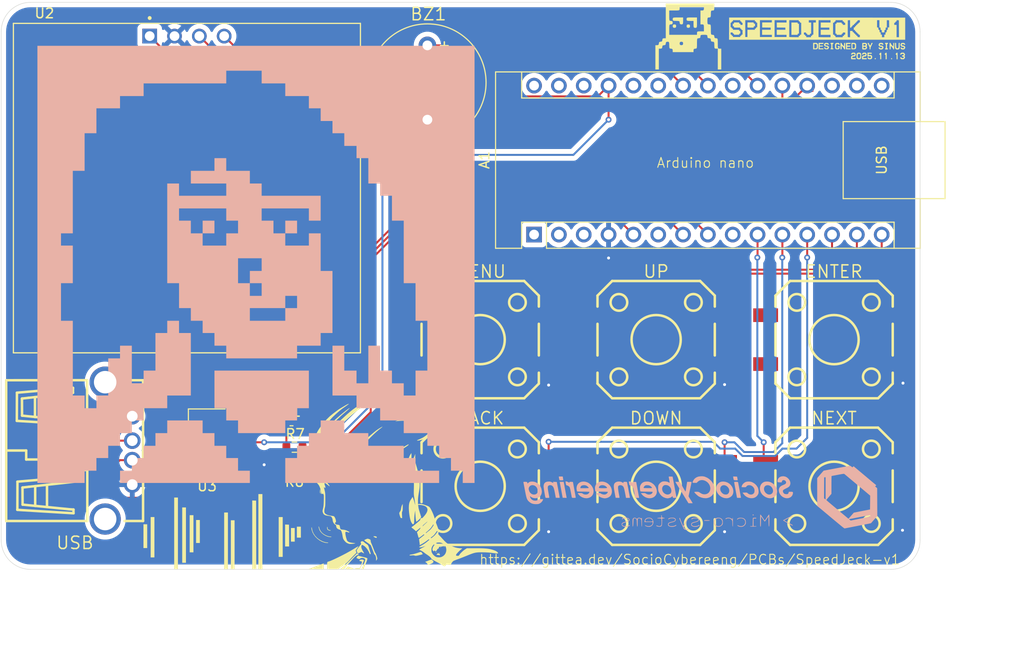
<source format=kicad_pcb>
(kicad_pcb
	(version 20241229)
	(generator "pcbnew")
	(generator_version "9.0")
	(general
		(thickness 1.6)
		(legacy_teardrops no)
	)
	(paper "A4")
	(title_block
		(title "SpeedJeck")
		(date "2026-02-18")
		(rev "1")
		(company "SOCIO-CYBEREENG")
		(comment 1 "Hacker's Devices")
		(comment 2 "Password manager, BadUSB, Auto.")
		(comment 3 "v1")
		(comment 4 "Device charged by PC's USB.")
		(comment 5 "5V converts into 3.3V for DATA BUS")
		(comment 6 "Sinus")
		(comment 7 "https://gittea.dev/SocioCybereeng/PCBs/SpeedJeck-v1")
	)
	(layers
		(0 "F.Cu" signal)
		(2 "B.Cu" signal)
		(9 "F.Adhes" user "F.Adhesive")
		(11 "B.Adhes" user "B.Adhesive")
		(13 "F.Paste" user)
		(15 "B.Paste" user)
		(5 "F.SilkS" user "F.Silkscreen")
		(7 "B.SilkS" user "B.Silkscreen")
		(1 "F.Mask" user)
		(3 "B.Mask" user)
		(17 "Dwgs.User" user "User.Drawings")
		(19 "Cmts.User" user "User.Comments")
		(21 "Eco1.User" user "User.Eco1")
		(23 "Eco2.User" user "User.Eco2")
		(25 "Edge.Cuts" user)
		(27 "Margin" user)
		(31 "F.CrtYd" user "F.Courtyard")
		(29 "B.CrtYd" user "B.Courtyard")
		(35 "F.Fab" user)
		(33 "B.Fab" user)
		(39 "User.1" user)
		(41 "User.2" user)
		(43 "User.3" user)
		(45 "User.4" user)
	)
	(setup
		(stackup
			(layer "F.SilkS"
				(type "Top Silk Screen")
				(color "White")
			)
			(layer "F.Paste"
				(type "Top Solder Paste")
			)
			(layer "F.Mask"
				(type "Top Solder Mask")
				(color "Black")
				(thickness 0.01)
			)
			(layer "F.Cu"
				(type "copper")
				(thickness 0.035)
			)
			(layer "dielectric 1"
				(type "core")
				(thickness 1.51)
				(material "FR4")
				(epsilon_r 4.5)
				(loss_tangent 0.02)
			)
			(layer "B.Cu"
				(type "copper")
				(thickness 0.035)
			)
			(layer "B.Mask"
				(type "Bottom Solder Mask")
				(color "Black")
				(thickness 0.01)
			)
			(layer "B.Paste"
				(type "Bottom Solder Paste")
			)
			(layer "B.SilkS"
				(type "Bottom Silk Screen")
				(color "White")
			)
			(copper_finish "None")
			(dielectric_constraints no)
		)
		(pad_to_mask_clearance 0)
		(allow_soldermask_bridges_in_footprints no)
		(tenting front back)
		(pcbplotparams
			(layerselection 0x00000000_00000000_55555555_5755f5ff)
			(plot_on_all_layers_selection 0x00000000_00000000_00000000_00000000)
			(disableapertmacros no)
			(usegerberextensions no)
			(usegerberattributes yes)
			(usegerberadvancedattributes yes)
			(creategerberjobfile yes)
			(dashed_line_dash_ratio 12.000000)
			(dashed_line_gap_ratio 3.000000)
			(svgprecision 4)
			(plotframeref no)
			(mode 1)
			(useauxorigin no)
			(hpglpennumber 1)
			(hpglpenspeed 20)
			(hpglpendiameter 15.000000)
			(pdf_front_fp_property_popups yes)
			(pdf_back_fp_property_popups yes)
			(pdf_metadata yes)
			(pdf_single_document no)
			(dxfpolygonmode yes)
			(dxfimperialunits yes)
			(dxfusepcbnewfont yes)
			(psnegative no)
			(psa4output no)
			(plot_black_and_white yes)
			(sketchpadsonfab no)
			(plotpadnumbers no)
			(hidednponfab no)
			(sketchdnponfab yes)
			(crossoutdnponfab yes)
			(subtractmaskfromsilk no)
			(outputformat 1)
			(mirror no)
			(drillshape 0)
			(scaleselection 1)
			(outputdirectory "dist/")
		)
	)
	(net 0 "")
	(net 1 "GND")
	(net 2 "Net-(D1-A)")
	(net 3 "Net-(D2-A)")
	(net 4 "unconnected-(A1-D0{slash}RX-Pad2)")
	(net 5 "unconnected-(A1-GND-Pad29)")
	(net 6 "unconnected-(A1-A7-Pad26)")
	(net 7 "D2")
	(net 8 "unconnected-(A1-D1{slash}TX-Pad1)")
	(net 9 "unconnected-(A1-D3-Pad6)")
	(net 10 "D10")
	(net 11 "A1")
	(net 12 "A5")
	(net 13 "D8")
	(net 14 "A2")
	(net 15 "unconnected-(A1-3V3-Pad17)")
	(net 16 "unconnected-(A1-~{RESET}-Pad3)")
	(net 17 "D9")
	(net 18 "unconnected-(A1-D13-Pad16)")
	(net 19 "+3.3V")
	(net 20 "D11")
	(net 21 "unconnected-(A1-~{RESET}-Pad28)")
	(net 22 "unconnected-(A1-A6-Pad25)")
	(net 23 "D12")
	(net 24 "unconnected-(A1-AREF-Pad18)")
	(net 25 "D7")
	(net 26 "A0")
	(net 27 "D4")
	(net 28 "unconnected-(A1-VIN-Pad30)")
	(net 29 "unconnected-(A1-A3-Pad22)")
	(net 30 "unconnected-(A1-D6-Pad9)")
	(net 31 "D5")
	(net 32 "A4")
	(net 33 "/Data-")
	(net 34 "unconnected-(J1-Shield-Pad5)")
	(net 35 "unconnected-(J1-Shield-Pad5)_1")
	(net 36 "/Data+")
	(net 37 "Net-(J1-VBUS)")
	(footprint "LED_SMD:LED_0402_1005Metric" (layer "F.Cu") (at 146.78 59.25))
	(footprint "Resistor_SMD:R_0402_1005Metric" (layer "F.Cu") (at 134.6982 82.931))
	(footprint "SC:LCD_OLED_128X64_1.3_I2C" (layer "F.Cu") (at 124 59))
	(footprint "SC:SW-SMD_4P-L12.0-W12.0-P5.00-LS15.2" (layer "F.Cu") (at 172 89.5))
	(footprint "Resistor_SMD:R_0402_1005Metric" (layer "F.Cu") (at 149.27 59.25))
	(footprint "Module:Arduino_Nano" (layer "F.Cu") (at 159.512 63.754 90))
	(footprint "SC:SW-SMD_4P-L12.0-W12.0-P5.00-LS15.2" (layer "F.Cu") (at 190.2 74.5))
	(footprint "SC:SW-SMD_4P-L12.0-W12.0-P5.00-LS15.2" (layer "F.Cu") (at 154 89.5))
	(footprint "Logos:SpeedJeck1v_add" (layer "F.Cu") (at 188.456289 44.141672))
	(footprint "Resistor_SMD:R_0603_1608Metric" (layer "F.Cu") (at 135 87.63 180))
	(footprint "SC:USB-A-TH_USB-M-1_C2346" (layer "F.Cu") (at 117.022 85.852 180))
	(footprint "Resistor_SMD:R_0603_1608Metric" (layer "F.Cu") (at 135 85.5))
	(footprint "SC:SW-SMD_4P-L12.0-W12.0-P5.00-LS15.2" (layer "F.Cu") (at 154 74.5))
	(footprint "Resistor_SMD:R_0402_1005Metric" (layer "F.Cu") (at 149.26 57))
	(footprint "SC:BUZ-TH_BD12.0-P7.60-D0.6-FD" (layer "F.Cu") (at 148.6 48.2 -90))
	(footprint "Logos:Linara"
		(layer "F.Cu")
		(uuid "93f7bd27-3aad-45ca-8664-693b5bd43145")
		(at 138.938 88.138)
		(property "Reference" "G***"
			(at 0 0 0)
			(layer "F.SilkS")
			(hide yes)
			(uuid "fe6f06f6-1452-4b7e-829b-bdb8efa73e42")
			(effects
				(font
					(size 1.5 1.5)
					(thickness 0.3)
				)
			)
		)
		(property "Value" "LOGO"
			(at 0.75 0 0)
			(layer "F.SilkS")
			(hide yes)
			(uuid "80bc501b-e7a0-4c7d-9613-b09fcbde7f43")
			(effects
				(font
					(size 1.5 1.5)
					(thickness 0.3)
				)
			)
		)
		(property "Datasheet" ""
			(at 0 0 0)
			(layer "F.Fab")
			(hide yes)
			(uuid "d4db13eb-6543-4ebb-808b-2e3891183584")
			(effects
				(font
					(size 1.27 1.27)
					(thickness 0.15)
				)
			)
		)
		(property "Description" ""
			(at 0 0 0)
			(layer "F.Fab")
			(hide yes)
			(uuid "59b560fd-e2ad-4979-8344-e154934b952a")
			(effects
				(font
					(size 1.27 1.27)
					(thickness 0.15)
				)
			)
		)
		(attr board_only exclude_from_pos_files exclude_from_bom)
		(fp_poly
			(pts
				(xy 10.69042 8.134014) (xy 10.676749 8.147685) (xy 10.663078 8.134014) (xy 10.676749 8.120344)
			)
			(stroke
				(width 0)
				(type solid)
			)
			(fill yes)
			(layer "F.SilkS")
			(uuid "944835ed-2ff3-4d5b-8a7d-2a61080e83d0")
		)
		(fp_poly
			(pts
				(xy 10.854467 7.80592) (xy 10.840796 7.81959) (xy 10.827126 7.80592) (xy 10.840796 7.792249)
			)
			(stroke
				(width 0)
				(type solid)
			)
			(fill yes)
			(layer "F.SilkS")
			(uuid "7589545f-1997-45f7-9efe-58246d758450")
		)
		(fp_poly
			(pts
				(xy 10.909149 8.462109) (xy 10.895479 8.47578) (xy 10.881808 8.462109) (xy 10.895479 8.448438)
			)
			(stroke
				(width 0)
				(type solid)
			)
			(fill yes)
			(layer "F.SilkS")
			(uuid "79ead55e-d303-4cf3-9cd1-83e026c276e9")
		)
		(fp_poly
			(pts
				(xy -1.048081 -1.768067) (xy -1.044808 -1.735619) (xy -1.048081 -1.731612) (xy -1.064335 -1.735365)
				(xy -1.066308 -1.749839) (xy -1.056304 -1.772344)
			)
			(stroke
				(width 0)
				(type solid)
			)
			(fill yes)
			(layer "F.SilkS")
			(uuid "34168a65-a86c-4518-830d-94253dc364d8")
		)
		(fp_poly
			(pts
				(xy -19.002153 6.466199) (xy -19.002153 7.682884) (xy -19.193542 7.682884) (xy -19.38493 7.682884)
				(xy -19.38493 6.466199) (xy -19.38493 5.249515) (xy -19.193542 5.249515) (xy -19.002153 5.249515)
			)
			(stroke
				(width 0)
				(type solid)
			)
			(fill yes)
			(layer "F.SilkS")
			(uuid "ab859327-7f0b-4960-948a-0b887a7b19a4")
		)
		(fp_poly
			(pts
				(xy -18.26394 6.575564) (xy -18.26394 8.639827) (xy -18.455329 8.639827) (xy -18.646717 8.639827)
				(xy -18.646717 6.575564) (xy -18.646717 4.511302) (xy -18.455329 4.511302) (xy -18.26394 4.511302)
			)
			(stroke
				(width 0)
				(type solid)
			)
			(fill yes)
			(layer "F.SilkS")
			(uuid "3f144779-6230-4c25-9760-ce22eb701b3b")
		)
		(fp_poly
			(pts
				(xy -15.857912 6.179117) (xy -15.857912 9.842841) (xy -16.049301 9.842841) (xy -16.240689 9.842841)
				(xy -16.240689 6.179117) (xy -16.240689 2.515392) (xy -16.049301 2.515392) (xy -15.857912 2.515392)
			)
			(stroke
				(width 0)
				(type solid)
			)
			(fill yes)
			(layer "F.SilkS")
			(uuid "28406808-1107-49c5-8cd7-e013a9aa4514")
		)
		(fp_poly
			(pts
				(xy -15.037675 6.356835) (xy -15.037675 9.186652) (xy -15.229064 9.186652) (xy -15.420452 9.186652)
				(xy -15.420452 6.356835) (xy -15.420452 3.527018) (xy -15.229064 3.527018) (xy -15.037675 3.527018)
			)
			(stroke
				(width 0)
				(type solid)
			)
			(fill yes)
			(layer "F.SilkS")
			(uuid "8af49293-218b-4b26-b178-02678118beb3")
		)
		(fp_poly
			(pts
				(xy -14.272121 6.220128) (xy -14.272121 8.120344) (xy -14.463509 8.120344) (xy -14.654898 8.120344)
				(xy -14.654898 6.220128) (xy -14.654898 4.319913) (xy -14.463509 4.319913) (xy -14.272121 4.319913)
			)
			(stroke
				(width 0)
				(type solid)
			)
			(fill yes)
			(layer "F.SilkS")
			(uuid "38a5e6ef-baad-4def-9b4d-5c9d1bcfbfda")
		)
		(fp_poly
			(pts
				(xy -13.615931 5.987728) (xy -13.615931 7.163401) (xy -13.80732 7.163401) (xy -13.998709 7.163401)
				(xy -13.998709 5.987728) (xy -13.998709 4.812055) (xy -13.80732 4.812055) (xy -13.615931 4.812055)
			)
			(stroke
				(width 0)
				(type solid)
			)
			(fill yes)
			(layer "F.SilkS")
			(uuid "d99de6f5-eae7-4eb4-9395-d8b6344ea541")
		)
		(fp_poly
			(pts
				(xy -10.745103 6.944671) (xy -10.745103 9.842841) (xy -10.936491 9.842841) (xy -11.12788 9.842841)
				(xy -11.12788 6.944671) (xy -11.12788 4.046501) (xy -10.936491 4.046501) (xy -10.745103 4.046501)
			)
			(stroke
				(width 0)
				(type solid)
			)
			(fill yes)
			(layer "F.SilkS")
			(uuid "4b11d24b-5c73-4e2a-8c6c-8fede5308acc")
		)
		(fp_poly
			(pts
				(xy -10.061572 7.341119) (xy -10.061572 9.842841) (xy -10.25296 9.842841) (xy -10.444349 9.842841)
				(xy -10.444349 7.341119) (xy -10.444349 4.839396) (xy -10.25296 4.839396) (xy -10.061572 4.839396)
			)
			(stroke
				(width 0)
				(type solid)
			)
			(fill yes)
			(layer "F.SilkS")
			(uuid "2ee4c5aa-7886-4da8-9690-2f6cc6863ab1")
		)
		(fp_poly
			(pts
				(xy -8.058827 2.821783) (xy -7.860603 2.829816) (xy -7.853664 6.336329) (xy -7.846725 9.842841)
				(xy -8.051888 9.842841) (xy -8.257051 9.842841) (xy -8.257051 6.328296) (xy -8.257051 2.81375)
			)
			(stroke
				(width 0)
				(type solid)
			)
			(fill yes)
			(layer "F.SilkS")
			(uuid "9652919a-7f9d-4701-8b70-7f962096d0c5")
		)
		(fp_poly
			(pts
				(xy -7.218084 6.001399) (xy -7.218084 9.842841) (xy -7.423143 9.842841) (xy -7.628203 9.842841)
				(xy -7.628203 6.001399) (xy -7.628203 2.159956) (xy -7.423143 2.159956) (xy -7.218084 2.159956)
			)
			(stroke
				(width 0)
				(type solid)
			)
			(fill yes)
			(layer "F.SilkS")
			(uuid "dc887590-7de2-4016-a9c5-943e08a3ab9e")
		)
		(fp_poly
			(pts
				(xy -5.140151 6.548223) (xy -5.140151 8.585145) (xy -5.34521 8.585145) (xy -5.550269 8.585145) (xy -5.550269 6.548223)
				(xy -5.550269 4.511302) (xy -5.34521 4.511302) (xy -5.140151 4.511302)
			)
			(stroke
				(width 0)
				(type solid)
			)
			(fill yes)
			(layer "F.SilkS")
			(uuid "6d54d98c-a7a7-452b-aa69-33595fc33952")
		)
		(fp_poly
			(pts
				(xy -4.695856 5.282494) (xy -4.497632 5.290527) (xy -4.49049 6.404682) (xy -4.483348 7.518837) (xy -4.688714 7.518837)
				(xy -4.89408 7.518837) (xy -4.89408 6.396649) (xy -4.89408 5.27446)
			)
			(stroke
				(width 0)
				(type solid)
			)
			(fill yes)
			(layer "F.SilkS")
			(uuid "10cf83ad-af6e-4fe2-8c6f-36bc324c3033")
		)
		(fp_poly
			(pts
				(xy -3.909796 6.329493) (xy -3.909796 7.026695) (xy -4.101184 7.026695) (xy -4.292573 7.026695)
				(xy -4.292573 6.329493) (xy -4.292573 5.632292) (xy -4.101184 5.632292) (xy -3.909796 5.632292)
			)
			(stroke
				(width 0)
				(type solid)
			)
			(fill yes)
			(layer "F.SilkS")
			(uuid "cbdfa5d8-7853-4731-b297-a18db8d0d32e")
		)
		(fp_poly
			(pts
				(xy -3.280947 6.056081) (xy -3.280947 6.616576) (xy -3.486007 6.616576) (xy -3.691066 6.616576)
				(xy -3.691066 6.056081) (xy -3.691066 5.495586) (xy -3.486007 5.495586) (xy -3.280947 5.495586)
			)
			(stroke
				(width 0)
				(type solid)
			)
			(fill yes)
			(layer "F.SilkS")
			(uuid "1ad98e7e-b529-4829-9ee1-48b4dfdf4c6f")
		)
		(fp_poly
			(pts
				(xy 10.514116 8.09638) (xy 10.517258 8.11123) (xy 10.513772 8.144699) (xy 10.511493 8.147685) (xy 10.491823 8.12994)
				(xy 10.475472 8.11123) (xy 10.460246 8.081159) (xy 10.481238 8.074775)
			)
			(stroke
				(width 0)
				(type solid)
			)
			(fill yes)
			(layer "F.SilkS")
			(uuid "3d876677-017e-43d3-a8a7-c5309b25332a")
		)
		(fp_poly
			(pts
				(xy 10.651215 8.080463) (xy 10.646501 8.104388) (xy 10.62115 8.138739) (xy 10.593995 8.14658) (xy 10.584981 8.124262)
				(xy 10.58732 8.115217) (xy 10.620782 8.076438) (xy 10.630629 8.071921)
			)
			(stroke
				(width 0)
				(type solid)
			)
			(fill yes)
			(layer "F.SilkS")
			(uuid "1072a1e8-7691-4307-bbbf-80fad41355f2")
		)
		(fp_poly
			(pts
				(xy 10.843851 8.127547) (xy 10.881808 8.147685) (xy 10.90743 8.168919) (xy 10.882804 8.174515) (xy 10.876586 8.174608)
				(xy 10.82715 8.160675) (xy 10.813455 8.147685) (xy 10.811249 8.123532)
			)
			(stroke
				(width 0)
				(type solid)
			)
			(fill yes)
			(layer "F.SilkS")
			(uuid "10ecf2c9-8767-478c-b03a-d091de701047")
		)
		(fp_poly
			(pts
				(xy 11.060448 7.574653) (xy 11.057227 7.583323) (xy 11.032637 7.616919) (xy 11.003517 7.631157)
				(xy 10.991173 7.617879) (xy 11.009311 7.594316) (xy 11.032811 7.573) (xy 11.062453 7.553051)
			)
			(stroke
				(width 0)
				(type solid)
			)
			(fill yes)
			(layer "F.SilkS")
			(uuid "f33d862f-46e2-4a91-bab5-3e471cba7342")
		)
		(fp_poly
			(pts
				(xy 11.378428 7.485507) (xy 11.388981 7.495646) (xy 11.421075 7.541099) (xy 11.424971 7.56814) (xy 11.403382 7.576821)
				(xy 11.387621 7.562922) (xy 11.356757 7.507461) (xy 11.351631 7.490427) (xy 11.352389 7.467631)
			)
			(stroke
				(width 0)
				(type solid)
			)
			(fill yes)
			(layer "F.SilkS")
			(uuid "85733ed9-b048-4e3c-8cd5-941491a325c0")
		)
		(fp_poly
			(pts
				(xy 1.781321 9.652464) (xy 1.940786 9.708799) (xy 2.050942 9.753064) (xy 2.11101 9.786644) (xy 2.120212 9.810926)
				(xy 2.077767 9.827296) (xy 1.982897 9.83714) (xy 1.834821 9.841845) (xy 1.674291 9.842841) (xy 1.246535 9.842841)
				(xy 1.386128 9.703977) (xy 1.525722 9.565114)
			)
			(stroke
				(width 0)
				(type solid)
			)
			(fill yes)
			(layer "F.SilkS")
			(uuid "9d2d150d-d872-4565-a6a3-c957133835f4")
		)
		(fp_poly
			(pts
				(xy 4.31416 6.478409) (xy 4.390399 6.490199) (xy 4.443491 6.508448) (xy 4.449457 6.512613) (xy 4.480022 6.56003)
				(xy 4.479866 6.610171) (xy 4.451232 6.641069) (xy 4.436114 6.643302) (xy 4.384702 6.631759) (xy 4.306546 6.60299)
				(xy 4.258419 6.581784) (xy 4.187387 6.542964) (xy 4.144558 6.508746) (xy 4.138257 6.493541) (xy 4.168919 6.478905)
				(xy 4.233943 6.474253)
			)
			(stroke
				(width 0)
				(type solid)
			)
			(fill yes)
			(layer "F.SilkS")
			(uuid "6a6b996c-efdd-472e-b2ea-d96812412a54")
		)
		(fp_poly
			(pts
				(xy 10.799853 8.229819) (xy 10.834273 8.250673) (xy 10.849539 8.246425) (xy 10.88363 8.25174) (xy 10.919806 8.289876)
				(xy 10.944403 8.341289) (xy 10.945173 8.383224) (xy 10.907575 8.415791) (xy 10.845576 8.414867)
				(xy 10.801072 8.39513) (xy 10.746113 8.381544) (xy 10.684872 8.385296) (xy 10.629402 8.389617) (xy 10.609661 8.366393)
				(xy 10.608396 8.348386) (xy 10.627734 8.301825) (xy 10.674248 8.257326) (xy 10.730688 8.225574)
				(xy 10.779803 8.21725)
			)
			(stroke
				(width 0)
				(type solid)
			)
			(fill yes)
			(layer "F.SilkS")
			(uuid "1dc12d04-8c8d-42a1-9762-79adc062cdd1")
		)
		(fp_poly
			(pts
				(xy -0.94141 9.545121) (xy -0.939548 9.842841) (xy -1.718357 9.842841) (xy -1.917669 9.842473) (xy -2.097347 9.841431)
				(xy -2.250665 9.839813) (xy -2.370897 9.837716) (xy -2.451318 9.835234) (xy -2.485203 9.832464)
				(xy -2.485773 9.831852) (xy -2.45791 9.819411) (xy -2.386266 9.790711) (xy -2.2783 9.748595) (xy -2.141471 9.695904)
				(xy -1.983237 9.635481) (xy -1.811056 9.570167) (xy -1.632387 9.502804) (xy -1.454686 9.436234)
				(xy -1.285414 9.373299) (xy -1.189344 9.337857) (xy -0.943273 9.2474)
			)
			(stroke
				(width 0)
				(type solid)
			)
			(fill yes)
			(layer "F.SilkS")
			(uuid "05f82da6-9988-44b4-b3f4-3acc02ed4269")
		)
		(fp_poly
			(pts
				(xy -0.55673 5.522155) (xy -0.547657 5.581451) (xy -0.546825 5.615457) (xy -0.53233 5.71599) (xy -0.483925 5.783674)
				(xy -0.394228 5.825909) (xy -0.32126 5.841516) (xy -0.255456 5.857698) (xy -0.220468 5.877207) (xy -0.21873 5.881858)
				(xy -0.242368 5.899785) (xy -0.30383 5.901098) (xy -0.388941 5.886098) (xy -0.419892 5.877592) (xy -0.523978 5.829202)
				(xy -0.582375 5.755893) (xy -0.60147 5.649425) (xy -0.601507 5.643339) (xy -0.595647 5.567429) (xy -0.580947 5.517119)
				(xy -0.574166 5.509257)
			)
			(stroke
				(width 0)
				(type solid)
			)
			(fill yes)
			(layer "F.SilkS")
			(uuid "9dd4b1d8-2411-41ff-8074-74d5d830df11")
		)
		(fp_poly
			(pts
				(xy 10.170266 8.923221) (xy 10.253862 8.997308) (xy 10.283593 9.071821) (xy 10.260237 9.14508) (xy 10.18457 9.21541)
				(xy 10.057369 9.281132) (xy 9.993218 9.305411) (xy 9.892837 9.340802) (xy 9.808501 9.371185) (xy 9.757381 9.390369)
				(xy 9.755352 9.391189) (xy 9.7177 9.391169) (xy 9.685009 9.349802) (xy 9.66963 9.316255) (xy 9.616631 9.235979)
				(xy 9.538058 9.165564) (xy 9.527927 9.159007) (xy 9.425468 9.095684) (xy 9.558966 9.045151) (xy 9.656642 9.007802)
				(xy 9.776725 8.961371) (xy 9.876348 8.92251) (xy 10.06023 8.850403)
			)
			(stroke
				(width 0)
				(type solid)
			)
			(fill yes)
			(layer "F.SilkS")
			(uuid "d9fddb4c-306a-4b63-9ecf-9549667217aa")
		)
		(fp_poly
			(pts
				(xy 10.344157 -4.88041) (xy 10.282408 -4.593598) (xy 10.169691 -4.319478) (xy 10.009338 -4.064284)
				(xy 9.804679 -3.834251) (xy 9.765749 -3.798122) (xy 9.56547 -3.636329) (xy 9.358627 -3.511096) (xy 9.123905 -3.40998)
				(xy 9.065562 -3.389448) (xy 8.95422 -3.356118) (xy 8.842682 -3.33033) (xy 8.740926 -3.313267) (xy 8.658932 -3.306111)
				(xy 8.606679 -3.310046) (xy 8.594143 -3.326256) (xy 8.600183 -3.334261) (xy 8.635731 -3.35537) (xy 8.709431 -3.390355)
				(xy 8.808462 -3.433298) (xy 8.864981 -3.456513) (xy 9.201685 -3.617653) (xy 9.499724 -3.814975)
				(xy 9.761607 -4.050943) (xy 9.989841 -4.328018) (xy 10.186936 -4.648664) (xy 10.286308 -4.851871)
				(xy 10.360667 -5.017116)
			)
			(stroke
				(width 0)
				(type solid)
			)
			(fill yes)
			(layer "F.SilkS")
			(uuid "25ae8568-e31f-44e8-920f-62d6ae1a0801")
		)
		(fp_poly
			(pts
				(xy -1.432464 5.492477) (xy -1.413568 5.553453) (xy -1.407594 5.584445) (xy -1.363162 5.734511)
				(xy -1.282369 5.894209) (xy -1.175864 6.045241) (xy -1.080566 6.146379) (xy -0.932581 6.260912)
				(xy -0.760498 6.361068) (xy -0.579758 6.439993) (xy -0.405804 6.490835) (xy -0.268191 6.506915)
				(xy -0.197702 6.513882) (xy -0.153803 6.530663) (xy -0.150377 6.534553) (xy -0.160526 6.552453)
				(xy -0.211797 6.559683) (xy -0.291851 6.557048) (xy -0.388346 6.545356) (xy -0.488941 6.525413)
				(xy -0.550761 6.508383) (xy -0.770163 6.41876) (xy -0.973953 6.296128) (xy -1.151801 6.148755) (xy -1.293378 5.98491)
				(xy -1.371971 5.851022) (xy -1.41237 5.751264) (xy -1.443434 5.650516) (xy -1.462532 5.561398) (xy -1.467031 5.49653)
				(xy -1.454299 5.468532) (xy -1.451812 5.468245)
			)
			(stroke
				(width 0)
				(type solid)
			)
			(fill yes)
			(layer "F.SilkS")
			(uuid "28464f26-b85c-4912-a90f-9174c12d82da")
		)
		(fp_poly
			(pts
				(xy 7.13606 3.516862) (xy 7.134544 3.674303) (xy 7.129351 3.786492) (xy 7.11951 3.862795) (xy 7.104051 3.912576)
				(xy 7.093108 3.931609) (xy 7.074228 3.968581) (xy 7.063168 4.020897) (xy 7.059122 4.09942) (xy 7.061282 4.215014)
				(xy 7.065226 4.306799) (xy 7.080297 4.620667) (xy 7.015832 4.620667) (xy 6.953646 4.607188) (xy 6.92354 4.58649)
				(xy 6.899161 4.539105) (xy 6.867991 4.455749) (xy 6.835306 4.353787) (xy 6.806381 4.250582) (xy 6.786491 4.163499)
				(xy 6.780624 4.116076) (xy 6.796215 4.058964) (xy 6.835928 3.981995) (xy 6.864187 3.93935) (xy 6.915858 3.854597)
				(xy 6.948235 3.761706) (xy 6.968937 3.638264) (xy 6.970174 3.627659) (xy 7.005039 3.449309) (xy 7.063 3.299878)
				(xy 7.064329 3.29738) (xy 7.13606 3.163437)
			)
			(stroke
				(width 0)
				(type solid)
			)
			(fill yes)
			(layer "F.SilkS")
			(uuid "dbbf1e52-b767-4855-b42c-2e3ec81d6dac")
		)
		(fp_poly
			(pts
				(xy -2.1729 5.574955) (xy -2.155367 5.63881) (xy -2.14458 5.704836) (xy -2.0871 5.952073) (xy -1.979271 6.194337)
				(xy -1.825363 6.423991) (xy -1.629643 6.633399) (xy -1.621274 6.641003) (xy -1.442805 6.781922)
				(xy -1.243831 6.904603) (xy -1.036879 7.003352) (xy -0.834473 7.072477) (xy -0.64914 7.106282) (xy -0.592339 7.108718)
				(xy -0.523223 7.115755) (xy -0.48097 7.133) (xy -0.478472 7.13606) (xy -0.489661 7.153239) (xy -0.542362 7.160922)
				(xy -0.624323 7.159591) (xy -0.723291 7.149726) (xy -0.827013 7.13181) (xy -0.87492 7.120484) (xy -1.135898 7.027598)
				(xy -1.382208 6.892594) (xy -1.607694 6.722104) (xy -1.806199 6.522756) (xy -1.971568 6.30118) (xy -2.097645 6.064007)
				(xy -2.178275 5.817866) (xy -2.199587 5.69381) (xy -2.205169 5.607756) (xy -2.198672 5.558072) (xy -2.190207 5.550268)
			)
			(stroke
				(width 0)
				(type solid)
			)
			(fill yes)
			(layer "F.SilkS")
			(uuid "a82991bd-496f-48e5-a09e-ace08356a4cd")
		)
		(fp_poly
			(pts
				(xy 7.300107 -0.914343) (xy 7.304901 -0.84692) (xy 7.318031 -0.739347) (xy 7.337624 -0.605195) (xy 7.361806 -0.458035)
				(xy 7.368013 -0.422689) (xy 7.396818 -0.251613) (xy 7.414679 -0.117318) (xy 7.42283 -0.003274) (xy 7.422504 0.107047)
				(xy 7.41586 0.21841) (xy 7.404427 0.345819) (xy 7.390373 0.427034) (xy 7.368501 0.470482) (xy 7.333614 0.484592)
				(xy 7.280515 0.477791) (xy 7.259096 0.472642) (xy 7.200018 0.450572) (xy 7.17634 0.436234) (xy 7.166483 0.400395)
				(xy 7.159176 0.312582) (xy 7.154517 0.175451) (xy 7.152601 -0.008345) (xy 7.153214 -0.200937) (xy 7.154948 -0.399454)
				(xy 7.157083 -0.551087) (xy 7.160443 -0.663632) (xy 7.16585 -0.744887) (xy 7.174128 -0.802647) (xy 7.1861 -0.844709)
				(xy 7.20259 -0.878871) (xy 7.224421 -0.912928) (xy 7.229134 -0.919874) (xy 7.300107 -1.02432)
			)
			(stroke
				(width 0)
				(type solid)
			)
			(fill yes)
			(layer "F.SilkS")
			(uuid "16a95ebc-c72f-41d7-99fb-95ed94dc50a7")
		)
		(fp_poly
			(pts
				(xy 10.746375 -7.209935) (xy 10.778623 -7.175577) (xy 10.801965 -7.112223) (xy 10.816439 -7.050746)
				(xy 10.816192 -6.994224) (xy 10.798574 -6.924733) (xy 10.760935 -6.824346) (xy 10.758524 -6.818305)
				(xy 10.710607 -6.704688) (xy 10.649007 -6.567843) (xy 10.578598 -6.41764) (xy 10.504256 -6.263952)
				(xy 10.430856 -6.11665) (xy 10.363272 -5.985605) (xy 10.306379 -5.880689) (xy 10.265052 -5.811774)
				(xy 10.253842 -5.796341) (xy 10.21796 -5.755963) (xy 10.209214 -5.757853) (xy 10.216258 -5.78267)
				(xy 10.237642 -5.832385) (xy 10.27718 -5.914103) (xy 10.327032 -6.011717) (xy 10.336665 -6.030051)
				(xy 10.426894 -6.209182) (xy 10.502686 -6.375898) (xy 10.560528 -6.521416) (xy 10.596906 -6.636954)
				(xy 10.608396 -6.70924) (xy 10.595017 -6.781476) (xy 10.545304 -6.832782) (xy 10.527052 -6.844228)
				(xy 10.445707 -6.892279) (xy 10.490281 -7.007335) (xy 10.543313 -7.121103) (xy 10.599116 -7.188112)
				(xy 10.665139 -7.216083) (xy 10.69356 -7.218085)
			)
			(stroke
				(width 0)
				(type solid)
			)
			(fill yes)
			(layer "F.SilkS")
			(uuid "6272b7e5-2923-4259-85b1-7f35eb18ca00")
		)
		(fp_poly
			(pts
				(xy 2.549569 8.25791) (xy 2.614814 8.281537) (xy 2.650072 8.304312) (xy 2.652099 8.309303) (xy 2.628879 8.33123)
				(xy 2.569845 8.361821) (xy 2.529831 8.378339) (xy 2.428896 8.429622) (xy 2.315779 8.512506) (xy 2.186252 8.630819)
				(xy 2.036089 8.788392) (xy 1.878968 8.967922) (xy 1.78035 9.080473) (xy 1.684642 9.183523) (xy 1.601863 9.266677)
				(xy 1.542033 9.31954) (xy 1.535217 9.324522) (xy 1.463892 9.389184) (xy 1.427797 9.454019) (xy 1.426465 9.461228)
				(xy 1.403616 9.512078) (xy 1.351197 9.585985) (xy 1.279593 9.668672) (xy 1.263273 9.685629) (xy 1.109031 9.842841)
				(xy 0.921035 9.842841) (xy 0.733039 9.842841) (xy 0.851826 9.74553) (xy 0.928064 9.683067) (xy 1.028939 9.600407)
				(xy 1.136797 9.512016) (xy 1.175673 9.480155) (xy 1.250902 9.414598) (xy 1.356537 9.317042) (xy 1.484971 9.194798)
				(xy 1.628599 9.055178) (xy 1.779814 8.905493) (xy 1.913886 8.770475) (xy 2.44704 8.228859)
			)
			(stroke
				(width 0)
				(type solid)
			)
			(fill yes)
			(layer "F.SilkS")
			(uuid "98b2b56e-79fb-43fe-8096-0f78acce307a")
		)
		(fp_poly
			(pts
				(xy 9.028343 8.089594) (xy 9.053566 8.109949) (xy 9.053874 8.110228) (xy 9.109209 8.173903) (xy 9.149396 8.236971)
				(xy 9.167267 8.270737) (xy 9.174693 8.295034) (xy 9.16426 8.314011) (xy 9.128561 8.331817) (xy 9.060184 8.352601)
				(xy 8.951719 8.380513) (xy 8.845514 8.407134) (xy 8.662477 8.448779) (xy 8.522716 8.469841) (xy 8.419058 8.470834)
				(xy 8.34433 8.45227) (xy 8.328491 8.444151) (xy 8.264914 8.428806) (xy 8.151977 8.426601) (xy 8.048564 8.432712)
				(xy 7.93679 8.440575) (xy 7.869982 8.44122) (xy 7.838782 8.433669) (xy 7.833829 8.416944) (xy 7.835866 8.410498)
				(xy 7.846655 8.390863) (xy 7.868013 8.375308) (xy 7.909466 8.361005) (xy 7.980537 8.345131) (xy 8.090751 8.324862)
				(xy 8.172606 8.310626) (xy 8.269935 8.28926) (xy 8.400613 8.254302) (xy 8.546592 8.210835) (xy 8.672713 8.169807)
				(xy 8.807528 8.124327) (xy 8.900573 8.095117) (xy 8.961773 8.080626) (xy 9.001054 8.079302)
			)
			(stroke
				(width 0)
				(type solid)
			)
			(fill yes)
			(layer "F.SilkS")
			(uuid "797e6377-5b4d-434d-bfa3-0f2fa7bef92f")
		)
		(fp_poly
			(pts
				(xy 3.061613 8.869391) (xy 3.136679 8.898754) (xy 3.170671 8.941933) (xy 3.171582 8.951048) (xy 3.160028 8.98787)
				(xy 3.128415 9.063198) (xy 3.081315 9.166719) (xy 3.023299 9.288116) (xy 3.011417 9.312357) (xy 2.946749 9.444128)
				(xy 2.886495 9.567585) (xy 2.837078 9.66952) (xy 2.804925 9.736727) (xy 2.803242 9.740311) (xy 2.755233 9.842841)
				(xy 2.484936 9.842841) (xy 2.37088 9.840786) (xy 2.280613 9.835248) (xy 2.225774 9.82717) (xy 2.214639 9.820968)
				(xy 2.232266 9.778958) (xy 2.288694 9.751467) (xy 2.389247 9.736899) (xy 2.506488 9.733476) (xy 2.617745 9.732675)
				(xy 2.687372 9.727647) (xy 2.728422 9.714455) (xy 2.753947 9.689165) (xy 2.774518 9.652644) (xy 2.819471 9.556096)
				(xy 2.864204 9.443852) (xy 2.904819 9.328128) (xy 2.937417 9.22114) (xy 2.958098 9.135104) (xy 2.962965 9.082235)
				(xy 2.959515 9.073012) (xy 2.91665 9.052271) (xy 2.843528 9.034267) (xy 2.819457 9.030517) (xy 2.744184 9.014237)
				(xy 2.711277 8.987528) (xy 2.706781 8.963645) (xy 2.732203 8.913326) (xy 2.803126 8.877616) (xy 2.911534 8.859889)
				(xy 2.95643 8.858557)
			)
			(stroke
				(width 0)
				(type solid)
			)
			(fill yes)
			(layer "F.SilkS")
			(uuid "02e5216b-a760-4018-9e59-38c09df5e4c0")
		)
		(fp_poly
			(pts
				(xy 2.600584 7.512043) (xy 2.570125 7.567379) (xy 2.518623 7.648048) (xy 2.477257 7.70849) (xy 2.325205 7.925485)
				(xy 2.366374 8.04217) (xy 2.407543 8.158856) (xy 2.152287 8.419847) (xy 2.025857 8.550977) (xy 1.883995 8.701049)
				(xy 1.746344 8.849155) (xy 1.657172 8.946933) (xy 1.562588 9.049623) (xy 1.474956 9.138462) (xy 1.385763 9.220397)
				(xy 1.286501 9.302376) (xy 1.168656 9.391347) (xy 1.02372 9.494259) (xy 0.84318 9.618059) (xy 0.795515 9.65036)
				(xy 0.511051 9.842841) (xy -0.028593 9.842841) (xy -0.568238 9.842841) (xy -0.58654 9.769919) (xy -0.596735 9.696156)
				(xy -0.602449 9.586208) (xy -0.6037 9.458385) (xy -0.600504 9.330999) (xy -0.592878 9.222361) (xy -0.58599 9.172755)
				(xy -0.564262 9.108008) (xy -0.534492 9.077761) (xy -0.530481 9.077287) (xy -0.459482 9.064269)
				(xy -0.346483 9.027048) (xy -0.197063 8.968374) (xy -0.016801 8.890994) (xy 0.188723 8.797657) (xy 0.413931 8.691112)
				(xy 0.653242 8.574108) (xy 0.901079 8.449393) (xy 1.151861 8.319717) (xy 1.40001 8.187827) (xy 1.639947 8.056473)
				(xy 1.866091 7.928404) (xy 2.072865 7.806367) (xy 2.169432 7.747107) (xy 2.303537 7.664372) (xy 2.422116 7.5928)
				(xy 2.517217 7.537061) (xy 2.580888 7.50183) (xy 2.604455 7.491495)
			)
			(stroke
				(width 0)
				(type solid)
			)
			(fill yes)
			(layer "F.SilkS")
			(uuid "e620b825-37c6-483b-926f-6c0250955c24")
		)
		(fp_poly
			(pts
				(xy 2.592037 8.461507) (xy 2.632191 8.473546) (xy 2.714583 8.495911) (xy 2.828381 8.525737) (xy 2.962756 8.560158)
				(xy 3.008842 8.571803) (xy 3.187676 8.617036) (xy 3.320163 8.651962) (xy 3.412963 8.679717) (xy 3.472734 8.703435)
				(xy 3.506135 8.726251) (xy 3.519824 8.7513) (xy 3.520459 8.781716) (xy 3.516257 8.810676) (xy 3.501411 8.881723)
				(xy 3.476077 8.966289) (xy 3.436892 9.073693) (xy 3.380493 9.213251) (xy 3.316399 9.36437) (xy 3.265415 9.486002)
				(xy 3.218578 9.60305) (xy 3.183231 9.696961) (xy 3.173057 9.726641) (xy 3.146449 9.798561) (xy 3.116126 9.8323)
				(xy 3.063406 9.842267) (xy 3.022424 9.842841) (xy 2.90936 9.842841) (xy 3.043387 9.562593) (xy 3.147381 9.336821)
				(xy 3.223652 9.151743) (xy 3.274228 9.002175) (xy 3.294463 8.920663) (xy 3.299277 8.852188) (xy 3.272664 8.79896)
				(xy 3.237986 8.763451) (xy 3.155668 8.716272) (xy 3.04839 8.692375) (xy 2.935942 8.692387) (xy 2.838117 8.716937)
				(xy 2.788805 8.749192) (xy 2.732122 8.789943) (xy 2.686563 8.803874) (xy 2.632628 8.794192) (xy 2.559627 8.770142)
				(xy 2.485552 8.739215) (xy 2.428394 8.708904) (xy 2.40613 8.687088) (xy 2.420012 8.653644) (xy 2.45539 8.592542)
				(xy 2.478822 8.555996) (xy 2.537787 8.482844) (xy 2.584031 8.459762)
			)
			(stroke
				(width 0)
				(type solid)
			)
			(fill yes)
			(layer "F.SilkS")
			(uuid "f331c0d0-c63c-48fd-9512-f303378a6b0a")
		)
		(fp_poly
			(pts
				(xy 5.050904 -4.707769) (xy 4.991583 -4.653454) (xy 4.887749 -4.569925) (xy 4.853068 -4.543203)
				(xy 4.760033 -4.47107) (xy 4.668315 -4.397621) (xy 4.574756 -4.31986) (xy 4.476199 -4.234793) (xy 4.369485 -4.139425)
				(xy 4.251458 -4.030758) (xy 4.118958 -3.905799) (xy 3.968829 -3.761553) (xy 3.797913 -3.595022)
				(xy 3.603052 -3.403213) (xy 3.381089 -3.18313) (xy 3.128865 -2.931778) (xy 2.843223 -2.64616) (xy 2.664911 -2.467546)
				(xy 2.518927 -2.321811) (xy 2.385263 -2.18946) (xy 2.268808 -2.075246) (xy 2.174447 -1.983923) (xy 2.107068 -1.920243)
				(xy 2.071558 -1.888961) (xy 2.067539 -1.886545) (xy 2.070389 -1.908792) (xy 2.093881 -1.967711)
				(xy 2.133219 -2.051566) (xy 2.14297 -2.071099) (xy 2.209205 -2.191078) (xy 2.291124 -2.323821) (xy 2.365885 -2.43337)
				(xy 2.458825 -2.548922) (xy 2.588431 -2.692924) (xy 2.74874 -2.859575) (xy 2.933793 -3.043071) (xy 3.137628 -3.237611)
				(xy 3.354285 -3.437392) (xy 3.577803 -3.636613) (xy 3.78676 -3.816428) (xy 3.978599 -3.97821) (xy 4.135578 -4.109601)
				(xy 4.264424 -4.215718) (xy 4.371863 -4.301676) (xy 4.464623 -4.372593) (xy 4.54943 -4.433583) (xy 4.633011 -4.489764)
				(xy 4.722092 -4.546251) (xy 4.823401 -4.60816) (xy 4.844403 -4.620847) (xy 4.962461 -4.689411) (xy 5.036276 -4.726351)
				(xy 5.065779 -4.732269)
			)
			(stroke
				(width 0)
				(type solid)
			)
			(fill yes)
			(layer "F.SilkS")
			(uuid "0bba4525-39d4-48e2-be08-3d36d7a60e56")
		)
		(fp_poly
			(pts
				(xy 10.562023 7.335845) (xy 10.561853 7.344042) (xy 10.581794 7.363644) (xy 10.64468 7.367253) (xy 10.650712 7.366818)
				(xy 10.713267 7.367869) (xy 10.744347 7.38018) (xy 10.745102 7.383127) (xy 10.769445 7.397344) (xy 10.830666 7.40497)
				(xy 10.861302 7.405417) (xy 10.951923 7.407741) (xy 11.049521 7.418775) (xy 11.172975 7.440971)
				(xy 11.237244 7.454247) (xy 11.305597 7.468716) (xy 11.223573 7.502986) (xy 11.138602 7.527448)
				(xy 11.04263 7.540696) (xy 11.035411 7.541021) (xy 10.91927 7.551575) (xy 10.853899 7.573917) (xy 10.836425 7.609224)
				(xy 10.839592 7.621251) (xy 10.834218 7.670089) (xy 10.798448 7.724104) (xy 10.749 7.764922) (xy 10.702594 7.77417)
				(xy 10.700969 7.773598) (xy 10.672782 7.778221) (xy 10.669703 7.823041) (xy 10.655571 7.88518) (xy 10.615495 7.91444)
				(xy 10.570964 7.949942) (xy 10.560813 7.982558) (xy 10.550054 8.017534) (xy 10.511608 8.02059) (xy 10.461038 7.993266)
				(xy 10.437513 7.970371) (xy 10.402174 7.93425) (xy 10.376005 7.935883) (xy 10.337175 7.977234) (xy 10.33519 7.979576)
				(xy 10.296275 8.021271) (xy 10.27603 8.022595) (xy 10.262063 7.993247) (xy 10.228615 7.939406) (xy 10.207175 7.920761)
				(xy 10.178546 7.87409) (xy 10.176234 7.794529) (xy 10.196416 7.694816) (xy 10.23527 7.587688) (xy 10.288974 7.485884)
				(xy 10.353705 7.402139) (xy 10.366548 7.389676) (xy 10.424179 7.350077) (xy 10.486693 7.325399)
				(xy 10.538004 7.319402)
			)
			(stroke
				(width 0)
				(type solid)
			)
			(fill yes)
			(layer "F.SilkS")
			(uuid "fa3dc015-a9ea-4dc6-b328-7f856983cbaf")
		)
		(fp_poly
			(pts
				(xy 9.817711 -6.111542) (xy 9.828507 -6.098169) (xy 9.82224 -6.060489) (xy 9.783073 -5.992797) (xy 9.717803 -5.902689)
				(xy 9.633229 -5.797759) (xy 9.536147 -5.685602) (xy 9.433355 -5.573815) (xy 9.331652 -5.469991)
				(xy 9.237833 -5.381725) (xy 9.158698 -5.316614) (xy 9.101043 -5.282252) (xy 9.09706 -5.280902) (xy 9.011274 -5.263769)
				(xy 8.887565 -5.250419) (xy 8.742602 -5.241495) (xy 8.593054 -5.237645) (xy 8.45559 -5.239514) (xy 8.346878 -5.247748)
				(xy 8.325403 -5.251006) (xy 8.098562 -5.284047) (xy 7.838931 -5.310423) (xy 7.564964 -5.32907) (xy 7.295119 -5.338926)
				(xy 7.047851 -5.338929) (xy 6.90366 -5.332867) (xy 6.759567 -5.322493) (xy 6.63092 -5.311331) (xy 6.529684 -5.300557)
				(xy 6.467822 -5.291343) (xy 6.459365 -5.289258) (xy 6.412312 -5.280532) (xy 6.397847 -5.286241)
				(xy 6.422988 -5.30495) (xy 6.491448 -5.330839) (xy 6.592786 -5.361099) (xy 6.716558 -5.392922) (xy 6.85232 -5.4235)
				(xy 6.989631 -5.450024) (xy 7.035676 -5.457758) (xy 7.208522 -5.480559) (xy 7.372925 -5.49007) (xy 7.554545 -5.487352)
				(xy 7.641873 -5.482835) (xy 7.795511 -5.473883) (xy 7.981908 -5.463346) (xy 8.179209 -5.452444)
				(xy 8.365564 -5.442394) (xy 8.393756 -5.440902) (xy 8.817546 -5.418541) (xy 9.008934 -5.510766)
				(xy 9.117022 -5.570186) (xy 9.225881 -5.646888) (xy 9.347196 -5.74986) (xy 9.467767 -5.863713) (xy 9.589385 -5.979736)
				(xy 9.67967 -6.058945) (xy 9.744141 -6.104924) (xy 9.788315 -6.121261)
			)
			(stroke
				(width 0)
				(type solid)
			)
			(fill yes)
			(layer "F.SilkS")
			(uuid "e3388952-6742-4ced-83af-824ff71f818a")
		)
		(fp_poly
			(pts
				(xy 7.744874 -2.929141) (xy 7.744228 -2.89439) (xy 7.697706 -2.839022) (xy 7.608739 -2.766059) (xy 7.480763 -2.678522)
				(xy 7.409472 -2.63403) (xy 7.284673 -2.553678) (xy 7.149815 -2.460026) (xy 7.032857 -2.372534) (xy 7.026695 -2.367647)
				(xy 6.820956 -2.203426) (xy 6.651605 -2.067421) (xy 6.512001 -1.954099) (xy 6.395505 -1.857929)
				(xy 6.295478 -1.77338) (xy 6.20528 -1.694919) (xy 6.118271 -1.617014) (xy 6.04218 -1.547394) (xy 5.915791 -1.426597)
				(xy 5.771909 -1.282295) (xy 5.628371 -1.132719) (xy 5.504662 -0.997956) (xy 5.354375 -0.831001)
				(xy 5.199214 -0.661991) (xy 5.043074 -0.494854) (xy 4.889853 -0.333519) (xy 4.743446 -0.181916)
				(xy 4.60775 -0.043976) (xy 4.486661 0.076373) (xy 4.384075 0.175202) (xy 4.303888 0.24858) (xy 4.249998 0.292577)
				(xy 4.226299 0.303265) (xy 4.230858 0.28673) (xy 4.258242 0.24348) (xy 4.312196 0.166769) (xy 4.394274 0.054483)
				(xy 4.506029 -0.095489) (xy 4.649017 -0.285259) (xy 4.743628 -0.410119) (xy 4.957449 -0.683576)
				(xy 5.176873 -0.948797) (xy 5.396092 -1.199527) (xy 5.609296 -1.429507) (xy 5.810678 -1.632479)
				(xy 5.994428 -1.802185) (xy 6.154737 -1.932369) (xy 6.160918 -1.936914) (xy 6.248385 -2.001064)
				(xy 6.36045 -2.083465) (xy 6.477737 -2.169866) (xy 6.520882 -2.201696) (xy 6.626677 -2.276544) (xy 6.755179 -2.36237)
				(xy 6.899175 -2.454884) (xy 7.051451 -2.5498) (xy 7.204792 -2.64283) (xy 7.351984 -2.729686) (xy 7.485813 -2.806082)
				(xy 7.599066 -2.867729) (xy 7.684527 -2.910339) (xy 7.734984 -2.929627)
			)
			(stroke
				(width 0)
				(type solid)
			)
			(fill yes)
			(layer "F.SilkS")
			(uuid "1fe5b262-64f3-4013-ad0a-a737b41a480d")
		)
		(fp_poly
			(pts
				(xy 3.618254 6.738377) (xy 3.708943 6.767294) (xy 3.738913 6.779887) (xy 3.810347 6.816393) (xy 3.844328 6.852447)
				(xy 3.854581 6.906856) (xy 3.855113 6.939134) (xy 3.86709 7.036128) (xy 3.896194 7.127779) (xy 3.898918 7.133445)
				(xy 3.929902 7.201825) (xy 3.975787 7.311248) (xy 4.032492 7.451474) (xy 4.095933 7.612265) (xy 4.162029 7.783381)
				(xy 4.226697 7.954583) (xy 4.232428 7.969967) (xy 4.272002 8.067079) (xy 4.310021 8.144849) (xy 4.338874 8.18788)
				(xy 4.341094 8.18978) (xy 4.36796 8.229575) (xy 4.403628 8.307755) (xy 4.443041 8.40981) (xy 4.481141 8.521228)
				(xy 4.512872 8.627497) (xy 4.533177 8.714106) (xy 4.537879 8.754503) (xy 4.519257 8.826872) (xy 4.471743 8.901332)
				(xy 4.468566 8.904879) (xy 4.398488 8.981592) (xy 4.415012 8.855368) (xy 4.41742 8.756806) (xy 4.404257 8.64614)
				(xy 4.37936 8.537957) (xy 4.346567 8.446841) (xy 4.309717 8.387378) (xy 4.28813 8.373175) (xy 4.250627 8.341214)
				(xy 4.210722 8.273907) (xy 4.193988 8.233658) (xy 4.16314 8.150225) (xy 4.120536 8.036739) (xy 4.070849 7.905452)
				(xy 4.018751 7.768614) (xy 3.968915 7.638475) (xy 3.926012 7.527286) (xy 3.894717 7.447299) (xy 3.883042 7.418391)
				(xy 3.852306 7.382154) (xy 3.784762 7.323031) (xy 3.689291 7.248182) (xy 3.574775 7.164766) (xy 3.528554 7.132615)
				(xy 3.412175 7.051572) (xy 3.313824 6.980928) (xy 3.241458 6.926568) (xy 3.203031 6.894375) (xy 3.198923 6.888805)
				(xy 3.222177 6.862048) (xy 3.281306 6.825336) (xy 3.360359 6.786161) (xy 3.443387 6.752016) (xy 3.514438 6.730392)
				(xy 3.544389 6.726542)
			)
			(stroke
				(width 0)
				(type solid)
			)
			(fill yes)
			(layer "F.SilkS")
			(uuid "546f76dd-ece2-4746-b03d-bf1370cbb058")
		)
		(fp_poly
			(pts
				(xy 10.514032 5.037284) (xy 10.525895 5.064242) (xy 10.552342 5.130492) (xy 10.588814 5.224104)
				(xy 10.63075 5.333146) (xy 10.673591 5.445688) (xy 10.712778 5.549801) (xy 10.743751 5.633553) (xy 10.761949 5.685014)
				(xy 10.763721 5.6906) (xy 10.754649 5.73275) (xy 10.71765 5.808385) (xy 10.65796 5.907515) (xy 10.620392 5.964012)
				(xy 10.513797 6.117563) (xy 10.428959 6.23383) (xy 10.358289 6.321669) (xy 10.294198 6.389937) (xy 10.229095 6.447489)
				(xy 10.163018 6.497694) (xy 10.08411 6.556927) (xy 9.977824 6.63976) (xy 9.858731 6.734711) (xy 9.753314 6.820487)
				(xy 9.613466 6.928987) (xy 9.450547 7.045345) (xy 9.288472 7.152882) (xy 9.193023 7.211248) (xy 9.054343 7.291089)
				(xy 8.957243 7.344187) (xy 8.896878 7.372695) (xy 8.868408 7.378769) (xy 8.866988 7.364564) (xy 8.872886 7.353725)
				(xy 8.875964 7.316229) (xy 8.870235 7.237831) (xy 8.856911 7.131384) (xy 8.844274 7.050387) (xy 8.827113 6.933466)
				(xy 8.817591 6.837036) (xy 8.816662 6.773467) (xy 8.821497 6.755259) (xy 8.850598 6.731816) (xy 8.914264 6.681466)
				(xy 9.003947 6.610943) (xy 9.111098 6.526978) (xy 9.14564 6.499963) (xy 9.262098 6.406399) (xy 9.368345 6.316424)
				(xy 9.453937 6.239199) (xy 9.508431 6.183886) (xy 9.514747 6.176171) (xy 9.568967 6.118341) (xy 9.65254 6.043177)
				(xy 9.749863 5.964482) (xy 9.777836 5.943412) (xy 9.863641 5.877917) (xy 9.935691 5.816438) (xy 10.001467 5.750248)
				(xy 10.068451 5.67062) (xy 10.144123 5.568827) (xy 10.235965 5.436142) (xy 10.320231 5.310696) (xy 10.392042 5.204375)
				(xy 10.452206 5.117734) (xy 10.494751 5.0592) (xy 10.513702 5.037201)
			)
			(stroke
				(width 0)
				(type solid)
			)
			(fill yes)
			(layer "F.SilkS")
			(uuid "894722c4-f392-4337-9416-d85cd43f1c90")
		)
		(fp_poly
			(pts
				(xy 3.077924 6.999823) (xy 3.145388 7.043418) (xy 3.234695 7.120815) (
... [707132 chars truncated]
</source>
